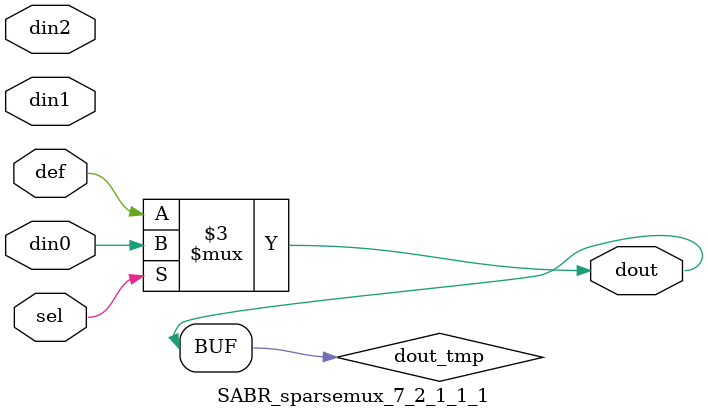
<source format=v>
`timescale 1ns / 1ps

module SABR_sparsemux_7_2_1_1_1 (din0,din1,din2,def,sel,dout);

parameter din0_WIDTH = 1;

parameter din1_WIDTH = 1;

parameter din2_WIDTH = 1;

parameter def_WIDTH = 1;
parameter sel_WIDTH = 1;
parameter dout_WIDTH = 1;

parameter [sel_WIDTH-1:0] CASE0 = 1;

parameter [sel_WIDTH-1:0] CASE1 = 1;

parameter [sel_WIDTH-1:0] CASE2 = 1;

parameter ID = 1;
parameter NUM_STAGE = 1;



input [din0_WIDTH-1:0] din0;

input [din1_WIDTH-1:0] din1;

input [din2_WIDTH-1:0] din2;

input [def_WIDTH-1:0] def;
input [sel_WIDTH-1:0] sel;

output [dout_WIDTH-1:0] dout;



reg [dout_WIDTH-1:0] dout_tmp;


always @ (*) begin
(* parallel_case *) case (sel)
    
    CASE0 : dout_tmp = din0;
    
    CASE1 : dout_tmp = din1;
    
    CASE2 : dout_tmp = din2;
    
    default : dout_tmp = def;
endcase
end


assign dout = dout_tmp;



endmodule

</source>
